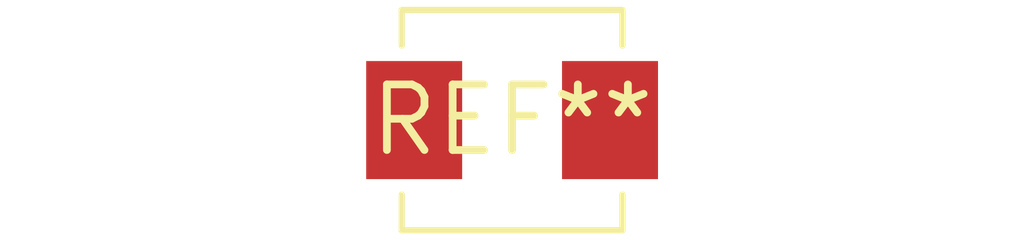
<source format=kicad_pcb>
(kicad_pcb (version 20240108) (generator pcbnew)
  (layers (0 "F.Cu" signal) (31 "B.Cu" signal) (34 "B.Paste" user) (35 "F.Paste" user) (36 "B.SilkS" user "B.Silkscreen") (37 "F.SilkS" user "F.Silkscreen") (38 "B.Mask" user) (39 "F.Mask" user) (44 "Edge.Cuts" user))
  (net 0 "")
  (footprint "L_Vishay_IHLP-1616" (layer "F.Cu") (at 0 0)
    (property "Reference" "REF**")
    (property "Value" "L_Vishay_IHLP-1616")
    (fp_line (start -2.132 -2.132) (end 2.132 -2.132) (layer "F.SilkS") (stroke (width 0.12)))
    (fp_line (start -2.132 -1.443) (end -2.132 -2.132) (layer "F.SilkS") (stroke (width 0.12)))
    (fp_line (start -2.132 1.443) (end -2.132 2.132) (layer "F.SilkS") (stroke (width 0.12)))
    (fp_line (start -2.132 2.132) (end 2.132 2.132) (layer "F.SilkS") (stroke (width 0.12)))
    (fp_line (start 2.132 -2.132) (end 2.132 -1.443) (layer "F.SilkS") (stroke (width 0.12)))
    (fp_line (start 2.132 2.132) (end 2.132 1.443) (layer "F.SilkS") (stroke (width 0.12)))
    (pad "1" smd rect (at -1.89225 0) (size 1.8545 2.286) (layers "F.Cu" "F.Paste" "F.Mask"))
    (pad "2" smd rect (at 1.89225 0) (size 1.8545 2.286) (layers "F.Cu" "F.Paste" "F.Mask"))
  )
)
</source>
